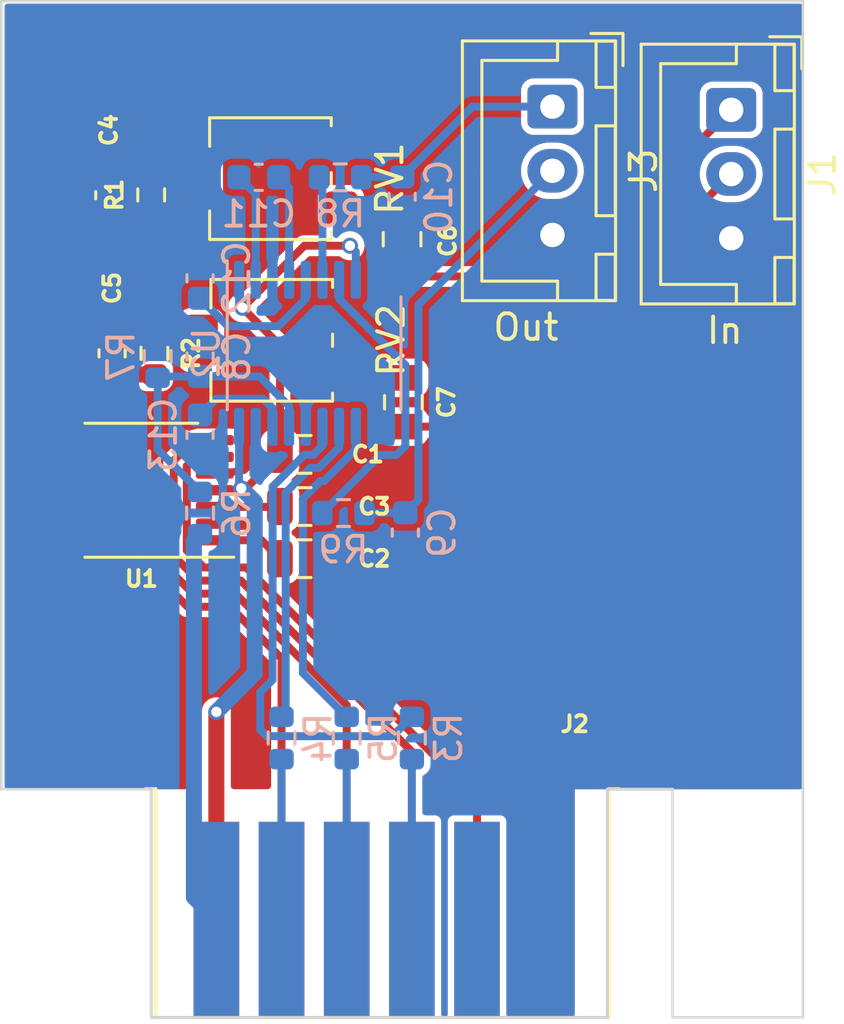
<source format=kicad_pcb>
(kicad_pcb (version 20240108) (generator "pcbnew") (generator_version "8.0")
  (layers (0 "F.Cu" signal) (31 "B.Cu" signal) (34 "B.Paste" user) (35 "F.Paste" user) (36 "B.SilkS" user "B.Silkscreen") (37 "F.SilkS" user "F.Silkscreen") (38 "B.Mask" user) (39 "F.Mask" user) (44 "Edge.Cuts" user))
  (net 0 "")
  (net 1 "+3V3")
  (net 2 "GND")
  (net 3 "Net-(U1-VREF)")
  (net 4 "+5V")
  (net 5 "Net-(U1-VinR)")
  (net 6 "Net-(U1-VinL)")
  (net 7 "Net-(J1-Pin_1)")
  (net 8 "Net-(C6-Pad2)")
  (net 9 "Net-(C7-Pad1)")
  (net 10 "Net-(J1-Pin_2)")
  (net 11 "MCLK")
  (net 12 "Net-(R1-Pad2)")
  (net 13 "Net-(R2-Pad1)")
  (net 14 "LRCKIN0")
  (net 15 "BCLKIN0")
  (net 16 "SDATAIN0")
  (net 17 "Net-(U2-XSMT)")
  (net 18 "Net-(J3-Pin_2)")
  (net 19 "Net-(U2-CAPP)")
  (net 20 "Net-(U2-CAPM)")
  (net 21 "Net-(U2-VNEG)")
  (net 22 "Net-(U2-LDOO)")
  (net 23 "/SDATAOUT1")
  (net 24 "/LRCKIN1")
  (net 25 "/BCLKIN1")
  (net 26 "Net-(U2-LRCK)")
  (net 27 "Net-(U2-DIN)")
  (net 28 "Net-(U2-BCK)")
  (net 29 "Net-(U2-OUTL)")
  (net 30 "Net-(U2-OUTR)")
  (net 31 "Net-(J3-Pin_1)")
  (footprint "Capacitor_SMD:C_0805_2012Metric" (layer "F.Cu") (at 11.811 17.78)
    (property "Reference" "C1" (at 2.474 0 0) (layer "F.SilkS") (effects (font (size 0.625 0.625))))
    (property "Value" "2.2uF" (hide yes))
    (fp_line (start -0.261252 -0.735) (end 0.261252 -0.735) (stroke (width 0.12)) (layer "F.SilkS"))
    (fp_line (start -0.261252 0.735) (end 0.261252 0.735) (stroke (width 0.12)) (layer "F.SilkS"))
    (pad "1" smd roundrect (at -0.95 0) (size 1 1.45) (layers "F.Cu" "F.Paste" "F.Mask") (net 1 "+3V3"))
    (pad "2" smd roundrect (at 0.95 0) (size 1 1.45) (layers "F.Cu" "F.Paste" "F.Mask") (net 2 "GND"))
  )
  (footprint "Capacitor_SMD:C_0805_2012Metric" (layer "F.Cu") (at 15.6718 15.748 -90)
    (property "Reference" "C7" (at 0 -1.68 90) (layer "F.SilkS") (effects (font (size 0.625 0.625))))
    (property "Value" "2.2uF" (hide yes))
    (fp_line (start -0.261252 0.735) (end 0.261252 0.735) (stroke (width 0.12)) (layer "F.SilkS"))
    (fp_line (start -0.261252 -0.735) (end 0.261252 -0.735) (stroke (width 0.12)) (layer "F.SilkS"))
    (pad "1" smd roundrect (at -0.95 0 270) (size 1 1.45) (layers "F.Cu" "F.Paste" "F.Mask") (net 9 "Net-(C7-Pad1)"))
    (pad "2" smd roundrect (at 0.95 0 270) (size 1 1.45) (layers "F.Cu" "F.Paste" "F.Mask") (net 10 "Net-(J1-Pin_2)"))
  )
  (footprint "Resistor_SMD:R_0603_1608Metric" (layer "F.Cu") (at 5.969 13.843 -90)
    (property "Reference" "R2" (at 0 -1.43 90) (layer "F.SilkS") (effects (font (size 0.625 0.625))))
    (property "Value" "470" (hide yes))
    (fp_line (start -0.237258 0.5225) (end 0.237258 0.5225) (stroke (width 0.12)) (layer "F.SilkS"))
    (fp_line (start -0.237258 -0.5225) (end 0.237258 -0.5225) (stroke (width 0.12)) (layer "F.SilkS"))
    (pad "1" smd roundrect (at -0.825 0 270) (size 0.8 0.95) (layers "F.Cu" "F.Paste" "F.Mask") (net 13 "Net-(R2-Pad1)"))
    (pad "2" smd roundrect (at 0.825 0 270) (size 0.8 0.95) (layers "F.Cu" "F.Paste" "F.Mask") (net 6 "Net-(U1-VinL)"))
  )
  (footprint "Resistor_SMD:R_0603_1608Metric" (layer "F.Cu") (at 5.842 7.6708 90)
    (property "Reference" "R1" (at 0 -1.43 -90) (layer "F.SilkS") (effects (font (size 0.625 0.625))))
    (property "Value" "470" (hide yes))
    (fp_line (start -0.237258 -0.5225) (end 0.237258 -0.5225) (stroke (width 0.12)) (layer "F.SilkS"))
    (fp_line (start -0.237258 0.5225) (end 0.237258 0.5225) (stroke (width 0.12)) (layer "F.SilkS"))
    (pad "1" smd roundrect (at -0.825 0 90) (size 0.8 0.95) (layers "F.Cu" "F.Paste" "F.Mask") (net 5 "Net-(U1-VinR)"))
    (pad "2" smd roundrect (at 0.825 0 90) (size 0.8 0.95) (layers "F.Cu" "F.Paste" "F.Mask") (net 12 "Net-(R1-Pad2)"))
  )
  (footprint "Capacitor_SMD:C_0603_1608Metric" (layer "F.Cu") (at 4.318 13.843 -90)
    (property "Reference" "C5" (at -2.54 0 90) (layer "F.SilkS") (effects (font (size 0.625 0.625))))
    (property "Value" "2n2" (hide yes))
    (fp_line (start -0.14058 0.51) (end 0.14058 0.51) (stroke (width 0.12)) (layer "F.SilkS"))
    (fp_line (start -0.14058 -0.51) (end 0.14058 -0.51) (stroke (width 0.12)) (layer "F.SilkS"))
    (pad "1" smd roundrect (at -0.775 0 270) (size 0.9 0.95) (layers "F.Cu" "F.Paste" "F.Mask") (net 2 "GND"))
    (pad "2" smd roundrect (at 0.775 0 270) (size 0.9 0.95) (layers "F.Cu" "F.Paste" "F.Mask") (net 6 "Net-(U1-VinL)"))
  )
  (footprint "Capacitor_SMD:C_0603_1608Metric" (layer "F.Cu") (at 4.191 7.6838 -90)
    (property "Reference" "C4" (at -2.54 0 90) (layer "F.SilkS") (effects (font (size 0.625 0.625))))
    (property "Value" "2n2" (hide yes))
    (fp_line (start -0.14058 0.51) (end 0.14058 0.51) (stroke (width 0.12)) (layer "F.SilkS"))
    (fp_line (start -0.14058 -0.51) (end 0.14058 -0.51) (stroke (width 0.12)) (layer "F.SilkS"))
    (pad "1" smd roundrect (at -0.775 0 270) (size 0.9 0.95) (layers "F.Cu" "F.Paste" "F.Mask") (net 2 "GND"))
    (pad "2" smd roundrect (at 0.775 0 270) (size 0.9 0.95) (layers "F.Cu" "F.Paste" "F.Mask") (net 5 "Net-(U1-VinR)"))
  )
  (footprint "Connector_JST:JST_XH_B3B-XH-A_1x03_P2.50mm_Vertical" (layer "F.Cu") (at 28.448 4.358 -90)
    (property "Reference" "J1" (at 2.5 -3.55 90) (layer "F.SilkS"))
    (property "Value" "In" (at 8.596 0.254 180) (layer "F.SilkS"))
    (fp_line (start -2.56 3.51) (end 7.56 3.51) (stroke (width 0.12)) (layer "F.SilkS"))
    (fp_line (start 7.56 3.51) (end 7.56 -2.46) (stroke (width 0.12)) (layer "F.SilkS"))
    (fp_line (start -1.8 2.75) (end 2.5 2.75) (stroke (width 0.12)) (layer "F.SilkS"))
    (fp_line (start 6.8 2.75) (end 2.5 2.75) (stroke (width 0.12)) (layer "F.SilkS"))
    (fp_line (start -2.55 -0.2) (end -1.8 -0.2) (stroke (width 0.12)) (layer "F.SilkS"))
    (fp_line (start -1.8 -0.2) (end -1.8 2.75) (stroke (width 0.12)) (layer "F.SilkS"))
    (fp_line (start 6.8 -0.2) (end 6.8 2.75) (stroke (width 0.12)) (layer "F.SilkS"))
    (fp_line (start 7.55 -0.2) (end 6.8 -0.2) (stroke (width 0.12)) (layer "F.SilkS"))
    (fp_line (start -2.55 -1.7) (end -0.75 -1.7) (stroke (width 0.12)) (layer "F.SilkS"))
    (fp_line (start -0.75 -1.7) (end -0.75 -2.45) (stroke (width 0.12)) (layer "F.SilkS"))
    (fp_line (start 0.75 -1.7) (end 4.25 -1.7) (stroke (width 0.12)) (layer "F.SilkS"))
    (fp_line (start 4.25 -1.7) (end 4.25 -2.45) (stroke (width 0.12)) (layer "F.SilkS"))
    (fp_line (start 5.75 -1.7) (end 7.55 -1.7) (stroke (width 0.12)) (layer "F.SilkS"))
    (fp_line (start 7.55 -1.7) (end 7.55 -2.45) (stroke (width 0.12)) (layer "F.SilkS"))
    (fp_line (start -2.55 -2.45) (end -2.55 -1.7) (stroke (width 0.12)) (layer "F.SilkS"))
    (fp_line (start -0.75 -2.45) (end -2.55 -2.45) (stroke (width 0.12)) (layer "F.SilkS"))
    (fp_line (start 0.75 -2.45) (end 0.75 -1.7) (stroke (width 0.12)) (layer "F.SilkS"))
    (fp_line (start 4.25 -2.45) (end 0.75 -2.45) (stroke (width 0.12)) (layer "F.SilkS"))
    (fp_line (start 5.75 -2.45) (end 5.75 -1.7) (stroke (width 0.12)) (layer "F.SilkS"))
    (fp_line (start 7.55 -2.45) (end 5.75 -2.45) (stroke (width 0.12)) (layer "F.SilkS"))
    (fp_line (start -2.56 -2.46) (end -2.56 3.51) (stroke (width 0.12)) (layer "F.SilkS"))
    (fp_line (start 7.56 -2.46) (end -2.56 -2.46) (stroke (width 0.12)) (layer "F.SilkS"))
    (fp_line (start -2.85 -2.75) (end -2.85 -1.5) (stroke (width 0.12)) (layer "F.SilkS"))
    (fp_line (start -1.6 -2.75) (end -2.85 -2.75) (stroke (width 0.12)) (layer "F.SilkS"))
    (pad "1" thru_hole roundrect (at 0 0 270) (size 1.7 1.95) (drill 0.95) (layers "*.Cu" "*.Mask") (roundrect_rratio 0.147059) (net 7 "Net-(J1-Pin_1)"))
    (pad "2" thru_hole oval (at 2.5 0 270) (size 1.7 1.95) (drill 0.95) (layers "*.Cu" "*.Mask") (net 10 "Net-(J1-Pin_2)"))
    (pad "3" thru_hole oval (at 5 0 270) (size 1.7 1.95) (drill 0.95) (layers "*.Cu" "*.Mask") (net 2 "GND"))
  )
  (footprint "Package_SO:TSSOP-14_4.4x5mm_P0.65mm" (layer "F.Cu") (at 5.461 19.177 180)
    (property "Reference" "U1" (at 0 -3.45 180) (layer "F.SilkS") (effects (font (size 0.625 0.625))))
    (property "Value" "PCM1808" (hide yes))
    (fp_line (start 0 2.61) (end 2.2 2.61) (stroke (width 0.12)) (layer "F.SilkS"))
    (fp_line (start 0 2.61) (end -2.2 2.61) (stroke (width 0.12)) (layer "F.SilkS"))
    (fp_line (start 0 -2.61) (end 2.2 -2.61) (stroke (width 0.12)) (layer "F.SilkS"))
    (fp_line (start 0 -2.61) (end -3.6 -2.61) (stroke (width 0.12)) (layer "F.SilkS"))
    (pad "1" smd roundrect (at -2.8625 -1.95 180) (size 1.475 0.4) (layers "F.Cu" "F.Paste" "F.Mask") (net 3 "Net-(U1-VREF)"))
    (pad "2" smd roundrect (at -2.8625 -1.3 180) (size 1.475 0.4) (layers "F.Cu" "F.Paste" "F.Mask") (net 2 "GND"))
    (pad "3" smd roundrect (at -2.8625 -0.65 180) (size 1.475 0.4) (layers "F.Cu" "F.Paste" "F.Mask") (net 4 "+5V"))
    (pad "4" smd roundrect (at -2.8625 0 180) (size 1.475 0.4) (layers "F.Cu" "F.Paste" "F.Mask") (net 1 "+3V3"))
    (pad "5" smd roundrect (at -2.8625 0.65 180) (size 1.475 0.4) (layers "F.Cu" "F.Paste" "F.Mask") (net 2 "GND"))
    (pad "6" smd roundrect (at -2.8625 1.3 180) (size 1.475 0.4) (layers "F.Cu" "F.Paste" "F.Mask") (net 11 "MCLK"))
    (pad "7" smd roundrect (at -2.8625 1.95 180) (size 1.475 0.4) (layers "F.Cu" "F.Paste" "F.Mask") (net 14 "LRCKIN0"))
    (pad "8" smd roundrect (at 2.8625 1.95 180) (size 1.475 0.4) (layers "F.Cu" "F.Paste" "F.Mask") (net 15 "BCLKIN0"))
    (pad "9" smd roundrect (at 2.8625 1.3 180) (size 1.475 0.4) (layers "F.Cu" "F.Paste" "F.Mask") (net 16 "SDATAIN0"))
    (pad "10" smd roundrect (at 2.8625 0.65 180) (size 1.475 0.4) (layers "F.Cu" "F.Paste" "F.Mask") (net 2 "GND"))
    (pad "11" smd roundrect (at 2.8625 0 180) (size 1.475 0.4) (layers "F.Cu" "F.Paste" "F.Mask") (net 2 "GND"))
    (pad "12" smd roundrect (at 2.8625 -0.65 180) (size 1.475 0.4) (layers "F.Cu" "F.Paste" "F.Mask") (net 2 "GND"))
    (pad "13" smd roundrect (at 2.8625 -1.3 180) (size 1.475 0.4) (layers "F.Cu" "F.Paste" "F.Mask") (net 6 "Net-(U1-VinL)"))
    (pad "14" smd roundrect (at 2.8625 -1.95 180) (size 1.475 0.4) (layers "F.Cu" "F.Paste" "F.Mask") (net 5 "Net-(U1-VinR)"))
  )
  (footprint "Potentiometer_SMD:Potentiometer_Bourns_3314G_Vertical" (layer "F.Cu") (at 10.541 13.335 -90)
    (property "Reference" "RV2" (at 0 -4.65 90) (layer "F.SilkS"))
    (property "Value" "10k")
    (fp_line (start -2.37 2.37) (end -1.26 2.37) (stroke (width 0.12)) (layer "F.SilkS"))
    (fp_line (start 1.26 2.37) (end 2.37 2.37) (stroke (width 0.12)) (layer "F.SilkS"))
    (fp_line (start -2.37 -2.37) (end -2.37 2.37) (stroke (width 0.12)) (layer "F.SilkS"))
    (fp_line (start -2.37 -2.37) (end -2.06 -2.37) (stroke (width 0.12)) (layer "F.SilkS"))
    (fp_line (start -0.24 -2.37) (end 0.24 -2.37) (stroke (width 0.12)) (layer "F.SilkS"))
    (fp_line (start 2.06 -2.37) (end 2.37 -2.37) (stroke (width 0.12)) (layer "F.SilkS"))
    (fp_line (start 2.37 -2.37) (end 2.37 2.37) (stroke (width 0.12)) (layer "F.SilkS"))
    (pad "1" smd roundrect (at -1.15 -2.75 270) (size 1.3 1.3) (layers "F.Cu" "F.Paste" "F.Mask") (roundrect_rratio 0.1923076923) (net 2 "GND"))
    (pad "2" smd roundrect (at 0 2.75 270) (size 2 1.3) (layers "F.Cu" "F.Paste" "F.Mask") (roundrect_rratio 0.1923076923) (net 13 "Net-(R2-Pad1)"))
    (pad "3" smd roundrect (at 1.15 -2.75 270) (size 1.3 1.3) (layers "F.Cu" "F.Paste" "F.Mask") (roundrect_rratio 0.1923076923) (net 9 "Net-(C7-Pad1)"))
  )
  (footprint "Capacitor_SMD:C_0805_2012Metric" (layer "F.Cu") (at 11.811 21.844)
    (property "Reference" "C2" (at 2.728 0 0) (layer "F.SilkS") (effects (font (size 0.625 0.625))))
    (property "Value" "2.2uF" (hide yes))
    (fp_line (start -0.261252 -0.735) (end 0.261252 -0.735) (stroke (width 0.12)) (layer "F.SilkS"))
    (fp_line (start -0.261252 0.735) (end 0.261252 0.735) (stroke (width 0.12)) (layer "F.SilkS"))
    (pad "1" smd roundrect (at -0.95 0) (size 1 1.45) (layers "F.Cu" "F.Paste" "F.Mask") (net 3 "Net-(U1-VREF)"))
    (pad "2" smd roundrect (at 0.95 0) (size 1 1.45) (layers "F.Cu" "F.Paste" "F.Mask") (net 2 "GND"))
  )
  (footprint "Connector_JST:JST_XH_B3B-XH-A_1x03_P2.50mm_Vertical" (layer "F.Cu") (at 21.48 4.231 -90)
    (property "Reference" "J3" (at 2.5 -3.55 90) (layer "F.SilkS"))
    (property "Value" "Out" (at 8.596 1.033 180) (layer "F.SilkS"))
    (fp_line (start -2.56 3.51) (end 7.56 3.51) (stroke (width 0.12)) (layer "F.SilkS"))
    (fp_line (start 7.56 3.51) (end 7.56 -2.46) (stroke (width 0.12)) (layer "F.SilkS"))
    (fp_line (start -1.8 2.75) (end 2.5 2.75) (stroke (width 0.12)) (layer "F.SilkS"))
    (fp_line (start 6.8 2.75) (end 2.5 2.75) (stroke (width 0.12)) (layer "F.SilkS"))
    (fp_line (start -2.55 -0.2) (end -1.8 -0.2) (stroke (width 0.12)) (layer "F.SilkS"))
    (fp_line (start -1.8 -0.2) (end -1.8 2.75) (stroke (width 0.12)) (layer "F.SilkS"))
    (fp_line (start 6.8 -0.2) (end 6.8 2.75) (stroke (width 0.12)) (layer "F.SilkS"))
    (fp_line (start 7.55 -0.2) (end 6.8 -0.2) (stroke (width 0.12)) (layer "F.SilkS"))
    (fp_line (start -2.55 -1.7) (end -0.75 -1.7) (stroke (width 0.12)) (layer "F.SilkS"))
    (fp_line (start -0.75 -1.7) (end -0.75 -2.45) (stroke (width 0.12)) (layer "F.SilkS"))
    (fp_line (start 0.75 -1.7) (end 4.25 -1.7) (stroke (width 0.12)) (layer "F.SilkS"))
    (fp_line (start 4.25 -1.7) (end 4.25 -2.45) (stroke (width 0.12)) (layer "F.SilkS"))
    (fp_line (start 5.75 -1.7) (end 7.55 -1.7) (stroke (width 0.12)) (layer "F.SilkS"))
    (fp_line (start 7.55 -1.7) (end 7.55 -2.45) (stroke (width 0.12)) (layer "F.SilkS"))
    (fp_line (start -2.55 -2.45) (end -2.55 -1.7) (stroke (width 0.12)) (layer "F.SilkS"))
    (fp_line (start -0.75 -2.45) (end -2.55 -2.45) (stroke (width 0.12)) (layer "F.SilkS"))
    (fp_line (start 0.75 -2.45) (end 0.75 -1.7) (stroke (width 0.12)) (layer "F.SilkS"))
    (fp_line (start 4.25 -2.45) (end 0.75 -2.45) (stroke (width 0.12)) (layer "F.SilkS"))
    (fp_line (start 5.75 -2.45) (end 5.75 -1.7) (stroke (width 0.12)) (layer "F.SilkS"))
    (fp_line (start 7.55 -2.45) (end 5.75 -2.45) (stroke (width 0.12)) (layer "F.SilkS"))
    (fp_line (start -2.56 -2.46) (end -2.56 3.51) (stroke (width 0.12)) (layer "F.SilkS"))
    (fp_line (start 7.56 -2.46) (end -2.56 -2.46) (stroke (width 0.12)) (layer "F.SilkS"))
    (fp_line (start -2.85 -2.75) (end -2.85 -1.5) (stroke (width 0.12)) (layer "F.SilkS"))
    (fp_line (start -1.6 -2.75) (end -2.85 -2.75) (stroke (width 0.12)) (layer "F.SilkS"))
    (pad "1" thru_hole roundrect (at 0 0 270) (size 1.7 1.95) (drill 0.95) (layers "*.Cu" "*.Mask") (roundrect_rratio 0.147059) (net 31 "Net-(J3-Pin_1)"))
    (pad "2" thru_hole oval (at 2.5 0 270) (size 1.7 1.95) (drill 0.95) (layers "*.Cu" "*.Mask") (net 18 "Net-(J3-Pin_2)"))
    (pad "3" thru_hole oval (at 5 0 270) (size 1.7 1.95) (drill 0.95) (layers "*.Cu" "*.Mask") (net 2 "GND"))
  )
  (footprint "00-mylib:EDGE-2x6-2.54" (layer "F.Cu") (at 14.732 35.9065)
    (property "Reference" "J2" (at 7.62 -7.62 0) (layer "F.SilkS") (effects (font (size 0.625 0.625))))
    (property "Value" "Conn_01x06_Male" (hide yes))
    (fp_line (start -8.706 -5.1) (end -9.106 -5.1) (stroke (width 0.12)) (layer "F.SilkS"))
    (fp_line (start -8.706 3.85) (end -8.706 -5.1) (stroke (width 0.12)) (layer "F.SilkS"))
    (fp_line (start 8.95 -5.1) (end 9.35 -5.1) (stroke (width 0.12)) (layer "F.SilkS"))
    (fp_line (start 8.95 3.85) (end 8.95 -5.1) (stroke (width 0.12)) (layer "F.SilkS"))
    (fp_line (start -8.89 -5.08) (end -8.89 3.81) (stroke (width 0.12)) (layer "Edge.Cuts"))
    (fp_line (start -8.89 3.81) (end 8.89 3.81) (stroke (width 0.12)) (layer "Edge.Cuts"))
    (fp_line (start 8.89 -5.08) (end 11.43 -5.08) (stroke (width 0.12)) (layer "Edge.Cuts"))
    (fp_line (start 8.89 3.81) (end 8.89 -5.08) (stroke (width 0.12)) (layer "Edge.Cuts"))
    (pad "1" connect rect (at 6.35 0) (size 1.78 7.62) (layers "F.Cu" "F.Mask") (net 2 "GND"))
    (pad "2" connect rect (at 6.35 0) (size 1.78 7.62) (layers "B.Cu" "B.Mask") (net 2 "GND"))
    (pad "3" connect rect (at 3.81 0) (size 1.78 7.62) (layers "F.Cu" "F.Mask") (net 11 "MCLK"))
    (pad "4" connect rect (at 3.81 0) (size 1.78 7.62) (layers "B.Cu" "B.Mask") (net 11 "MCLK"))
    (pad "5" connect rect (at 1.27 0) (size 1.78 7.62) (layers "F.Cu" "F.Mask") (net 14 "LRCKIN0"))
    (pad "6" connect rect (at 1.27 0) (size 1.78 7.62) (layers "B.Cu" "B.Mask") (net 24 "/LRCKIN1"))
    (pad "7" connect rect (at -1.27 0) (size 1.78 7.62) (layers "F.Cu" "F.Mask") (net 15 "BCLKIN0"))
    (pad "8" connect rect (at -1.27 0) (size 1.78 7.62) (layers "B.Cu" "B.Mask") (net 25 "/BCLKIN1"))
    (pad "9" connect rect (at -3.81 0) (size 1.78 7.62) (layers "F.Cu" "F.Mask") (net 16 "SDATAIN0"))
    (pad "10" connect rect (at -3.81 0) (size 1.78 7.62) (layers "B.Cu" "B.Mask") (net 23 "/SDATAOUT1"))
    (pad "11" connect rect (at -6.35 0) (size 1.78 7.62) (layers "F.Cu" "F.Mask") (net 1 "+3V3"))
    (pad "12" connect rect (at -6.35 0) (size 1.78 7.62) (layers "B.Cu" "B.Mask") (net 4 "+5V"))
  )
  (footprint "Capacitor_SMD:C_0805_2012Metric" (layer "F.Cu") (at 15.621 9.398 90)
    (property "Reference" "C6" (at -0.066 1.778 90) (layer "F.SilkS") (effects (font (size 0.625 0.625))))
    (property "Value" "2.2uF" (hide yes))
    (fp_line (start -0.261252 -0.735) (end 0.261252 -0.735) (stroke (width 0.12)) (layer "F.SilkS"))
    (fp_line (start -0.261252 0.735) (end 0.261252 0.735) (stroke (width 0.12)) (layer "F.SilkS"))
    (pad "1" smd roundrect (at -0.95 0 90) (size 1 1.45) (layers "F.Cu" "F.Paste" "F.Mask") (net 7 "Net-(J1-Pin_1)"))
    (pad "2" smd roundrect (at 0.95 0 90) (size 1 1.45) (layers "F.Cu" "F.Paste" "F.Mask") (net 8 "Net-(C6-Pad2)"))
  )
  (footprint "Potentiometer_SMD:Potentiometer_Bourns_3314G_Vertical" (layer "F.Cu") (at 10.4902 7.0358 -90)
    (property "Reference" "RV1" (at 0 -4.65 90) (layer "F.SilkS"))
    (property "Value" "10k")
    (fp_line (start -2.37 2.37) (end -1.26 2.37) (stroke (width 0.12)) (layer "F.SilkS"))
    (fp_line (start 1.26 2.37) (end 2.37 2.37) (stroke (width 0.12)) (layer "F.SilkS"))
    (fp_line (start -2.37 -2.37) (end -2.37 2.37) (stroke (width 0.12)) (layer "F.SilkS"))
    (fp_line (start -2.37 -2.37) (end -2.06 -2.37) (stroke (width 0.12)) (layer "F.SilkS"))
    (fp_line (start -0.24 -2.37) (end 0.24 -2.37) (stroke (width 0.12)) (layer "F.SilkS"))
    (fp_line (start 2.06 -2.37) (end 2.37 -2.37) (stroke (width 0.12)) (layer "F.SilkS"))
    (fp_line (start 2.37 -2.37) (end 2.37 2.37) (stroke (width 0.12)) (layer "F.SilkS"))
    (pad "1" smd roundrect (at -1.15 -2.75 270) (size 1.3 1.3) (layers "F.Cu" "F.Paste" "F.Mask") (roundrect_rratio 0.1923076923) (net 2 "GND"))
    (pad "2" smd roundrect (at 0 2.75 270) (size 2 1.3) (layers "F.Cu" "F.Paste" "F.Mask") (roundrect_rratio 0.1923076923) (net 12 "Net-(R1-Pad2)"))
    (pad "3" smd roundrect (at 1.15 -2.75 270) (size 1.3 1.3) (layers "F.Cu" "F.Paste" "F.Mask") (roundrect_rratio 0.1923076923) (net 8 "Net-(C6-Pad2)"))
  )
  (footprint "Capacitor_SMD:C_0805_2012Metric" (layer "F.Cu") (at 11.811 19.812)
    (property "Reference" "C3" (at 2.728 0 0) (layer "F.SilkS") (effects (font (size 0.625 0.625))))
    (property "Value" "2.2uF" (hide yes))
    (fp_line (start -0.261252 -0.735) (end 0.261252 -0.735) (stroke (width 0.12)) (layer "F.SilkS"))
    (fp_line (start -0.261252 0.735) (end 0.261252 0.735) (stroke (width 0.12)) (layer "F.SilkS"))
    (pad "1" smd roundrect (at -0.95 0) (size 1 1.45) (layers "F.Cu" "F.Paste" "F.Mask") (net 4 "+5V"))
    (pad "2" smd roundrect (at 0.95 0) (size 1 1.45) (layers "F.Cu" "F.Paste" "F.Mask") (net 2 "GND"))
  )
  (footprint "Resistor_SMD:R_0603_1608Metric" (layer "B.Cu") (at 7.747 20.066 90)
    (property "Reference" "R6" (at 0 1.43 -90) (layer "B.SilkS") (effects (justify mirror)))
    (property "Value" "4.7K")
    (fp_line (start 0.237258 -0.5225) (end -0.237258 -0.5225) (stroke (width 0.12)) (layer "B.SilkS"))
    (fp_line (start 0.237258 0.5225) (end -0.237258 0.5225) (stroke (width 0.12)) (layer "B.SilkS"))
    (pad "1" smd roundrect (at -0.825 0 90) (size 0.8 0.95) (layers "B.Cu" "B.Paste" "B.Mask") (net 4 "+5V"))
    (pad "2" smd roundrect (at 0.825 0 90) (size 0.8 0.95) (layers "B.Cu" "B.Paste" "B.Mask") (net 17 "Net-(U2-XSMT)"))
  )
  (footprint "Package_SO:TSSOP-20_4.4x6.5mm_P0.65mm" (layer "B.Cu") (at 12.192 13.843 -90)
    (property "Reference" "U2" (at 0 4.2 90) (layer "B.SilkS") (effects (justify mirror)))
    (property "Value" "PCM5102A")
    (fp_line (start -3.6 3.385) (end 0 3.385) (stroke (width 0.12)) (layer "B.SilkS"))
    (fp_line (start 2.2 3.385) (end 0 3.385) (stroke (width 0.12)) (layer "B.SilkS"))
    (fp_line (start -2.2 -3.385) (end 0 -3.385) (stroke (width 0.12)) (layer "B.SilkS"))
    (fp_line (start 2.2 -3.385) (end 0 -3.385) (stroke (width 0.12)) (layer "B.SilkS"))
    (pad "1" smd roundrect (at -2.8625 2.925 270) (size 1.475 0.4) (layers "B.Cu" "B.Paste" "B.Mask") (net 1 "+3V3"))
    (pad "2" smd roundrect (at -2.8625 2.275 270) (size 1.475 0.4) (layers "B.Cu" "B.Paste" "B.Mask") (net 19 "Net-(U2-CAPP)"))
    (pad "3" smd roundrect (at -2.8625 1.625 270) (size 1.475 0.4) (layers "B.Cu" "B.Paste" "B.Mask") (net 2 "GND"))
    (pad "4" smd roundrect (at -2.8625 0.975 270) (size 1.475 0.4) (layers "B.Cu" "B.Paste" "B.Mask") (net 20 "Net-(U2-CAPM)"))
    (pad "5" smd roundrect (at -2.8625 0.325 270) (size 1.475 0.4) (layers "B.Cu" "B.Paste" "B.Mask") (net 21 "Net-(U2-VNEG)"))
    (pad "6" smd roundrect (at -2.8625 -0.325 270) (size 1.475 0.4) (layers "B.Cu" "B.Paste" "B.Mask") (net 29 "Net-(U2-OUTL)"))
    (pad "7" smd roundrect (at -2.8625 -0.975 270) (size 1.475 0.4) (layers "B.Cu" "B.Paste" "B.Mask") (net 30 "Net-(U2-OUTR)"))
    (pad "8" smd roundrect (at -2.8625 -1.625 270) (size 1.475 0.4) (layers "B.Cu" "B.Paste" "B.Mask") (net 1 "+3V3"))
    (pad "9" smd roundrect (at -2.8625 -2.275 270) (size 1.475 0.4) (layers "B.Cu" "B.Paste" "B.Mask") (net 2 "GND"))
    (pad "10" smd roundrect (at -2.8625 -2.925 270) (size 1.475 0.4) (layers "B.Cu" "B.Paste" "B.Mask") (net 2 "GND"))
    (pad "11" smd roundrect (at 2.8625 -2.925 270) (size 1.475 0.4) (layers "B.Cu" "B.Paste" "B.Mask") (net 2 "GND"))
    (pad "12" smd roundrect (at 2.8625 -2.275 270) (size 1.475 0.4) (layers "B.Cu" "B.Paste" "B.Mask") (net 2 "GND"))
    (pad "13" smd roundrect (at 2.8625 -1.625 270) (size 1.475 0.4) (layers "B.Cu" "B.Paste" "B.Mask") (net 28 "Net-(U2-BCK)"))
    (pad "14" smd roundrect (at 2.8625 -0.975 270) (size 1.475 0.4) (layers "B.Cu" "B.Paste" "B.Mask") (net 27 "Net-(U2-DIN)"))
    (pad "15" smd roundrect (at 2.8625 -0.325 270) (size 1.475 0.4) (layers "B.Cu" "B.Paste" "B.Mask") (net 26 "Net-(U2-LRCK)"))
    (pad "16" smd roundrect (at 2.8625 0.325 270) (size 1.475 0.4) (layers "B.Cu" "B.Paste" "B.Mask") (net 2 "GND"))
    (pad "17" smd roundrect (at 2.8625 0.975 270) (size 1.475 0.4) (layers "B.Cu" "B.Paste" "B.Mask") (net 17 "Net-(U2-XSMT)"))
    (pad "18" smd roundrect (at 2.8625 1.625 270) (size 1.475 0.4) (layers "B.Cu" "B.Paste" "B.Mask") (net 22 "Net-(U2-LDOO)"))
    (pad "19" smd roundrect (at 2.8625 2.275 270) (size 1.475 0.4) (layers "B.Cu" "B.Paste" "B.Mask") (net 2 "GND"))
    (pad "20" smd roundrect (at 2.8625 2.925 270) (size 1.475 0.4) (layers "B.Cu" "B.Paste" "B.Mask") (net 1 "+3V3"))
  )
  (footprint "Resistor_SMD:R_0603_1608Metric" (layer "B.Cu") (at 13.462 28.829 90)
    (property "Reference" "R5" (at 0 1.43 -90) (layer "B.SilkS") (effects (justify mirror)))
    (property "Value" "22")
    (fp_line (start 0.237258 -0.5225) (end -0.237258 -0.5225) (stroke (width 0.12)) (layer "B.SilkS"))
    (fp_line (start 0.237258 0.5225) (end -0.237258 0.5225) (stroke (width 0.12)) (layer "B.SilkS"))
    (pad "1" smd roundrect (at -0.825 0 90) (size 0.8 0.95) (layers "B.Cu" "B.Paste" "B.Mask") (net 25 "/BCLKIN1"))
    (pad "2" smd roundrect (at 0.825 0 90) (size 0.8 0.95) (layers "B.Cu" "B.Paste" "B.Mask") (net 28 "Net-(U2-BCK)"))
  )
  (footprint "Capacitor_SMD:C_0603_1608Metric" (layer "B.Cu") (at 7.747 13.97 90)
    (property "Reference" "C8" (at 0 1.43 -90) (layer "B.SilkS") (effects (justify mirror)))
    (property "Value" "1n")
    (fp_line (start 0.14058 -0.51) (end -0.14058 -0.51) (stroke (width 0.12)) (layer "B.SilkS"))
    (fp_line (start 0.14058 0.51) (end -0.14058 0.51) (stroke (width 0.12)) (layer "B.SilkS"))
    (pad "1" smd roundrect (at -0.775 0 90) (size 0.9 0.95) (layers "B.Cu" "B.Paste" "B.Mask") (net 17 "Net-(U2-XSMT)"))
    (pad "2" smd roundrect (at 0.775 0 90) (size 0.9 0.95) (layers "B.Cu" "B.Paste" "B.Mask") (net 2 "GND"))
  )
  (footprint "Capacitor_SMD:C_0603_1608Metric" (layer "B.Cu") (at 15.621 7.747 90)
    (property "Reference" "C10" (at 0 1.43 -90) (layer "B.SilkS") (effects (justify mirror)))
    (property "Value" "2n2")
    (fp_line (start 0.14058 -0.51) (end -0.14058 -0.51) (stroke (width 0.12)) (layer "B.SilkS"))
    (fp_line (start 0.14058 0.51) (end -0.14058 0.51) (stroke (width 0.12)) (layer "B.SilkS"))
    (pad "1" smd roundrect (at -0.775 0 90) (size 0.9 0.95) (layers "B.Cu" "B.Paste" "B.Mask") (net 2 "GND"))
    (pad "2" smd roundrect (at 0.775 0 90) (size 0.9 0.95) (layers "B.Cu" "B.Paste" "B.Mask") (net 31 "Net-(J3-Pin_1)"))
  )
  (footprint "Capacitor_SMD:C_0603_1608Metric" (layer "B.Cu") (at 15.748 20.828 90)
    (property "Reference" "C9" (at 0 1.43 -90) (layer "B.SilkS") (effects (justify mirror)))
    (property "Value" "2n2")
    (fp_line (start 0.14058 -0.51) (end -0.14058 -0.51) (stroke (width 0.12)) (layer "B.SilkS"))
    (fp_line (start 0.14058 0.51) (end -0.14058 0.51) (stroke (width 0.12)) (layer "B.SilkS"))
    (pad "1" smd roundrect (at -0.775 0 90) (size 0.9 0.95) (layers "B.Cu" "B.Paste" "B.Mask") (net 2 "GND"))
    (pad "2" smd roundrect (at 0.775 0 90) (size 0.9 0.95) (layers "B.Cu" "B.Paste" "B.Mask") (net 18 "Net-(J3-Pin_2)"))
  )
  (footprint "Capacitor_SMD:C_0603_1608Metric" (layer "B.Cu") (at 10.033 6.985)
    (property "Reference" "C11" (at 0 1.43 0) (layer "B.SilkS") (effects (justify mirror)))
    (property "Value" "2u2")
    (fp_line (start 0.14058 -0.51) (end -0.14058 -0.51) (stroke (width 0.12)) (layer "B.SilkS"))
    (fp_line (start 0.14058 0.51) (end -0.14058 0.51) (stroke (width 0.12)) (layer "B.SilkS"))
    (pad "1" smd roundrect (at -0.775 0) (size 0.9 0.95) (layers "B.Cu" "B.Paste" "B.Mask") (net 19 "Net-(U2-CAPP)"))
    (pad "2" smd roundrect (at 0.775 0) (size 0.9 0.95) (layers "B.Cu" "B.Paste" "B.Mask") (net 20 "Net-(U2-CAPM)"))
  )
  (footprint "Resistor_SMD:R_0603_1608Metric" (layer "B.Cu") (at 13.208 6.985)
    (property "Reference" "R8" (at 0 1.43 0) (layer "B.SilkS") (effects (justify mirror)))
    (property "Value" "470")
    (fp_line (start 0.237258 -0.5225) (end -0.237258 -0.5225) (stroke (width 0.12)) (layer "B.SilkS"))
    (fp_line (start 0.237258 0.5225) (end -0.237258 0.5225) (stroke (width 0.12)) (layer "B.SilkS"))
    (pad "1" smd roundrect (at -0.825 0) (size 0.8 0.95) (layers "B.Cu" "B.Paste" "B.Mask") (net 29 "Net-(U2-OUTL)"))
    (pad "2" smd roundrect (at 0.825 0) (size 0.8 0.95) (layers "B.Cu" "B.Paste" "B.Mask") (net 31 "Net-(J3-Pin_1)"))
  )
  (footprint "Capacitor_SMD:C_0603_1608Metric" (layer "B.Cu") (at 7.747 17.018 -90)
    (property "Reference" "C13" (at 0 1.43 90) (layer "B.SilkS") (effects (justify mirror)))
    (property "Value" "0.1u")
    (fp_line (start 0.14058 0.51) (end -0.14058 0.51) (stroke (width 0.12)) (layer "B.SilkS"))
    (fp_line (start 0.14058 -0.51) (end -0.14058 -0.51) (stroke (width 0.12)) (layer "B.SilkS"))
    (pad "1" smd roundrect (at -0.775 0 270) (size 0.9 0.95) (layers "B.Cu" "B.Paste" "B.Mask") (net 22 "Net-(U2-LDOO)"))
    (pad "2" smd roundrect (at 0.775 0 270) (size 0.9 0.95) (layers "B.Cu" "B.Paste" "B.Mask") (net 2 "GND"))
  )
  (footprint "Resistor_SMD:R_0603_1608Metric" (layer "B.Cu") (at 13.335 20.066)
    (property "Reference" "R9" (at 0 1.43 0) (layer "B.SilkS") (effects (justify mirror)))
    (property "Value" "470")
    (fp_line (start 0.237258 -0.5225) (end -0.237258 -0.5225) (stroke (width 0.12)) (layer "B.SilkS"))
    (fp_line (start 0.237258 0.5225) (end -0.237258 0.5225) (stroke (width 0.12)) (layer "B.SilkS"))
    (pad "1" smd roundrect (at -0.825 0) (size 0.8 0.95) (layers "B.Cu" "B.Paste" "B.Mask") (net 30 "Net-(U2-OUTR)"))
    (pad "2" smd roundrect (at 0.825 0) (size 0.8 0.95) (layers "B.Cu" "B.Paste" "B.Mask") (net 18 "Net-(J3-Pin_2)"))
  )
  (footprint "Resistor_SMD:R_0603_1608Metric" (layer "B.Cu") (at 16.002 28.829 90)
    (property "Reference" "R3" (at 0 1.43 -90) (layer "B.SilkS") (effects (justify mirror)))
    (property "Value" "22")
    (fp_line (start 0.237258 -0.5225) (end -0.237258 -0.5225) (stroke (width 0.12)) (layer "B.SilkS"))
    (fp_line (start 0.237258 0.5225) (end -0.237258 0.5225) (stroke (width 0.12)) (layer "B.SilkS"))
    (pad "1" smd roundrect (at -0.825 0 90) (size 0.8 0.95) (layers "B.Cu" "B.Paste" "B.Mask") (net 24 "/LRCKIN1"))
    (pad "2" smd roundrect (at 0.825 0 90) (size 0.8 0.95) (layers "B.Cu" "B.Paste" "B.Mask") (net 26 "Net-(U2-LRCK)"))
  )
  (footprint "Resistor_SMD:R_0603_1608Metric" (layer "B.Cu") (at 6.096 13.97 -90)
    (property "Reference" "R7" (at 0 1.43 90) (layer "B.SilkS") (effects (justify mirror)))
    (property "Value" "2.7K")
    (fp_line (start 0.237258 0.5225) (end -0.237258 0.5225) (stroke (width 0.12)) (layer "B.SilkS"))
    (fp_line (start 0.237258 -0.5225) (end -0.237258 -0.5225) (stroke (width 0.12)) (layer "B.SilkS"))
    (pad "1" smd roundrect (at -0.825 0 270) (size 0.8 0.95) (layers "B.Cu" "B.Paste" "B.Mask") (net 2 "GND"))
    (pad "2" smd roundrect (at 0.825 0 270) (size 0.8 0.95) (layers "B.Cu" "B.Paste" "B.Mask") (net 17 "Net-(U2-XSMT)"))
  )
  (footprint "Resistor_SMD:R_0603_1608Metric" (layer "B.Cu") (at 10.922 28.829 90)
    (property "Reference" "R4" (at 0 1.43 -90) (layer "B.SilkS") (effects (justify mirror)))
    (property "Value" "22")
    (fp_line (start 0.237258 -0.5225) (end -0.237258 -0.5225) (stroke (width 0.12)) (layer "B.SilkS"))
    (fp_line (start 0.237258 0.5225) (end -0.237258 0.5225) (stroke (width 0.12)) (layer "B.SilkS"))
    (pad "1" smd roundrect (at -0.825 0 90) (size 0.8 0.95) (layers "B.Cu" "B.Paste" "B.Mask") (net 23 "/SDATAOUT1"))
    (pad "2" smd roundrect (at 0.825 0 90) (size 0.8 0.95) (layers "B.Cu" "B.Paste" "B.Mask") (net 27 "Net-(U2-DIN)"))
  )
  (footprint "Capacitor_SMD:C_0603_1608Metric" (layer "B.Cu") (at 7.747 10.922 90)
    (property "Reference" "C12" (at 0 1.43 -90) (layer "B.SilkS") (effects (justify mirror)))
    (property "Value" "2u2")
    (fp_line (start 0.14058 -0.51) (end -0.14058 -0.51) (stroke (width 0.12)) (layer "B.SilkS"))
    (fp_line (start 0.14058 0.51) (end -0.14058 0.51) (stroke (width 0.12)) (layer "B.SilkS"))
    (pad "1" smd roundrect (at -0.775 0 90) (size 0.9 0.95) (layers "B.Cu" "B.Paste" "B.Mask") (net 21 "Net-(U2-VNEG)"))
    (pad "2" smd roundrect (at 0.775 0 90) (size 0.9 0.95) (layers "B.Cu" "B.Paste" "B.Mask") (net 2 "GND"))
  )
  (gr_line (start 26.162 39.7165) (end 31.242 39.7165) (stroke (width 0.1)) (layer "Edge.Cuts"))
  (gr_line (start 0 0.127) (end 31.242 0.127) (stroke (width 0.1)) (layer "Edge.Cuts"))
  (gr_line (start 31.242 0.127) (end 31.242 30.8265) (stroke (width 0.1)) (layer "Edge.Cuts"))
  (gr_line (start 31.242 39.7165) (end 31.242 30.8265) (stroke (width 0.1)) (layer "Edge.Cuts"))
  (gr_line (start 0 30.8265) (end 5.842 30.8265) (stroke (width 0.1)) (layer "Edge.Cuts"))
  (gr_line (start 26.162 30.8265) (end 26.162 39.7165) (stroke (width 0.1)) (layer "Edge.Cuts"))
  (gr_line (start 0 30.8265) (end 0 0.127) (stroke (width 0.1)) (layer "Edge.Cuts"))
  (segment (start 9.352709 19.099726) (end 9.541274 19.099726) (width 0.31) (layer "F.Cu") (net 1))
  (segment (start 10.861 13.530432) (end 10.861 17.78) (width 0.31) (layer "F.Cu") (net 1))
  (segment (start 8.382 35.9065) (end 8.382 27.813) (width 0.625) (layer "F.Cu") (net 1))
  (segment (start 9.275435 19.177) (end 8.3235 19.177) (width 0.31) (layer "F.Cu") (net 1))
  (segment (start 9.352709 19.099726) (end 9.275435 19.177) (width 0.31) (layer "F.Cu") (net 1))
  (segment (start 13.589 9.652) (end 11.811094 9.652) (width 0.31) (layer "F.Cu") (net 1))
  (segment (start 9.396831 12.066263) (end 10.861 13.530432) (width 0.31) (layer "F.Cu") (net 1))
  (segment (start 11.811094 9.652) (end 9.396831 12.066263) (width 0.31) (layer "F.Cu") (net 1))
  (segment (start 9.541274 19.099726) (end 10.861 17.78) (width 0.31) (layer "F.Cu") (net 1))
  (via (at 9.396831 12.066263) (size 0.625) (drill 0.4) (layers "F.Cu" "B.Cu") (net 1))
  (via (at 9.352709 19.099726) (size 0.625) (drill 0.4) (layers "F.Cu" "B.Cu") (net 1))
  (via (at 8.382 27.813) (size 0.625) (drill 0.4) (layers "F.Cu" "B.Cu") (net 1))
  (via (at 13.589 9.652) (size 0.625) (drill 0.4) (layers "F.Cu" "B.Cu") (net 1))
  (segment (start 9.267 11.936432) (end 9.396831 12.066263) (width 0.31) (layer "B.Cu") (net 1))
  (segment (start 9.8755 19.622517) (end 9.8755 26.3195) (width 0.625) (layer "B.Cu") (net 1))
  (segment (start 13.817 9.88) (end 13.589 9.652) (width 0.31) (layer "B.Cu") (net 1))
  (segment (start 9.267 10.9805) (end 9.267 11.936432) (width 0.31) (layer "B.Cu") (net 1))
  (segment (start 9.8755 26.3195) (end 8.382 27.813) (width 0.625) (layer "B.Cu") (net 1))
  (segment (start 9.352709 19.099726) (end 9.8755 19.622517) (width 0.625) (layer "B.Cu") (net 1))
  (segment (start 9.267 16.7055) (end 9.267 19.014017) (width 0.31) (layer "B.Cu") (net 1))
  (segment (start 13.817 10.9805) (end 13.817 9.88) (width 0.31) (layer "B.Cu") (net 1))
  (segment (start 9.267 19.014017) (end 9.352709 19.099726) (width 0.31) (layer "B.Cu") (net 1))
  (segment (start 10.144 21.127) (end 10.861 21.844) (width 0.31) (layer "F.Cu") (net 3))
  (segment (start 8.3235 21.127) (end 10.144 21.127) (width 0.31) (layer "F.Cu") (net 3))
  (segment (start 8.3235 19.827) (end 10.846 19.827) (width 0.31) (layer "F.Cu") (net 4))
  (segment (start 10.846 19.827) (end 10.861 19.812) (width 0.31) (layer "F.Cu") (net 4))
  (segment (start 7.506999 35.031499) (end 8.382 35.9065) (width 0.625) (layer "B.Cu") (net 4))
  (segment (start 7.506999 21.131001) (end 7.506999 35.031499) (width 0.625) (layer "B.Cu") (net 4))
  (segment (start 7.747 20.891) (end 7.506999 21.131001) (width 0.625) (layer "B.Cu") (net 4))
  (segment (start 1.789753 21.127) (end 0.996 20.333248) (width 0.31) (layer "F.Cu") (net 5))
  (segment (start 0.996 20.333248) (end 0.996 11.6538) (width 0.31) (layer "F.Cu") (net 5))
  (segment (start 2.5985 21.127) (end 1.789753 21.127) (width 0.31) (layer "F.Cu") (net 5))
  (segment (start 5.842 8.4958) (end 4.228 8.4958) (width 0.625) (layer "F.Cu") (net 5))
  (segment (start 4.228 8.4958) (end 4.191 8.4588) (width 0.625) (layer "F.Cu") (net 5))
  (segment (start 0.996 11.6538) (end 4.191 8.4588) (width 0.31) (layer "F.Cu") (net 5))
  (segment (start 4.368 14.668) (end 4.318 14.618) (width 0.625) (layer "F.Cu") (net 6))
  (segment (start 1.506 16.909) (end 3.797 14.618) (width 0.31) (layer "F.Cu") (net 6))
  (segment (start 3.797 14.618) (end 4.318 14.618) (width 0.31) (layer "F.Cu") (net 6))
  (segment (start 1.861001 20.477) (end 1.506 20.121999) (width 0.31) (layer "F.Cu") (net 6))
  (segment (start 5.969 14.668) (end 4.368 14.668) (width 0.625) (layer "F.Cu") (net 6))
  (segment (start 1.506 20.121999) (end 1.506 16.909) (width 0.31) (layer "F.Cu") (net 6))
  (segment (start 2.5985 20.477) (end 1.861001 20.477) (width 0.31) (layer "F.Cu") (net 6))
  (segment (start 28.448 4.358) (end 21.958062 10.847938) (width 0.31) (layer "F.Cu") (net 7))
  (segment (start 21.958062 10.847938) (end 16.120938 10.847938) (width 0.31) (layer "F.Cu") (net 7))
  (segment (start 16.120938 10.847938) (end 15.621 10.348) (width 0.31) (layer "F.Cu") (net 7))
  (segment (start 13.5024 8.448) (end 13.2402 8.1858) (width 0.625) (layer "F.Cu") (net 8))
  (segment (start 15.621 8.448) (end 13.5024 8.448) (width 0.625) (layer "F.Cu") (net 8))
  (segment (start 13.604 14.798) (end 13.291 14.485) (width 0.625) (layer "F.Cu") (net 9))
  (segment (start 15.6718 14.798) (end 13.604 14.798) (width 0.625) (layer "F.Cu") (net 9))
  (segment (start 28.448 6.858) (end 18.608 16.698) (width 0.31) (layer "F.Cu") (net 10))
  (segment (start 18.608 16.698) (end 15.6718 16.698) (width 0.31) (layer "F.Cu") (net 10))
  (segment (start 8.3235 17.877) (end 7.586001 17.877) (width 0.31) (layer "F.Cu") (net 11))
  (segment (start 7.586001 17.877) (end 7.231 18.232001) (width 0.31) (layer "F.Cu") (net 11))
  (segment (start 9.546231 22.186499) (end 18.542 31.182268) (width 0.31) (layer "F.Cu") (net 11))
  (segment (start 7.895231 22.186499) (end 9.546231 22.186499) (width 0.31) (layer "F.Cu") (net 11))
  (segment (start 7.231 21.522268) (end 7.895231 22.186499) (width 0.31) (layer "F.Cu") (net 11))
  (segment (start 18.542 31.182268) (end 18.542 35.9065) (width 0.31) (layer "F.Cu") (net 11))
  (segment (start 7.231 18.232001) (end 7.231 21.522268) (width 0.31) (layer "F.Cu") (net 11))
  (segment (start 6.032 7.0358) (end 5.842 6.8458) (width 0.625) (layer "F.Cu") (net 12))
  (segment (start 7.7402 7.0358) (end 6.032 7.0358) (width 0.625) (layer "F.Cu") (net 12))
  (segment (start 6.286 13.335) (end 5.969 13.018) (width 0.625) (layer "F.Cu") (net 13))
  (segment (start 7.791 13.335) (end 6.286 13.335) (width 0.625) (layer "F.Cu") (net 13))
  (segment (start 6.721 21.733516) (end 7.683983 22.696499) (width 0.31) (layer "F.Cu") (net 14))
  (segment (start 7.683983 22.696499) (end 9.334983 22.696499) (width 0.31) (layer "F.Cu") (net 14))
  (segment (start 9.334983 22.696499) (end 16.002 29.363516) (width 0.31) (layer "F.Cu") (net 14))
  (segment (start 16.002 29.363516) (end 16.002 35.9065) (width 0.31) (layer "F.Cu") (net 14))
  (segment (start 7.514753 17.227) (end 6.721 18.020753) (width 0.31) (layer "F.Cu") (net 14))
  (segment (start 8.3235 17.227) (end 7.514753 17.227) (width 0.31) (layer "F.Cu") (net 14))
  (segment (start 6.721 18.020753) (end 6.721 21.733516) (width 0.31) (layer "F.Cu") (net 14))
  (segment (start 5.334 19.153753) (end 5.334 21.067764) (width 0.31) (layer "F.Cu") (net 15))
  (segment (start 9.123735 23.206499) (end 13.462 27.544764) (width 0.31) (layer "F.Cu") (net 15))
  (segment (start 5.334 21.067764) (end 7.472735 23.206499) (width 0.31) (layer "F.Cu") (net 15))
  (segment (start 3.407247 17.227) (end 5.334 19.153753) (width 0.31) (layer "F.Cu") (net 15))
  (segment (start 13.462 27.544764) (end 13.462 35.9065) (width 0.31) (layer "F.Cu") (net 15))
  (segment (start 2.5985 17.227) (end 3.407247 17.227) (width 0.31) (layer "F.Cu") (net 15))
  (segment (start 7.472735 23.206499) (end 9.123735 23.206499) (width 0.31) (layer "F.Cu") (net 15))
  (segment (start 7.261487 23.716499) (end 8.912487 23.716499) (width 0.31) (layer "F.Cu") (net 16))
  (segment (start 4.824 21.279012) (end 7.261487 23.716499) (width 0.31) (layer "F.Cu") (net 16))
  (segment (start 2.5985 17.877) (end 3.335999 17.877) (width 0.31) (layer "F.Cu") (net 16))
  (segment (start 10.922 25.726012) (end 10.922 35.9065) (width 0.31) (layer "F.Cu") (net 16))
  (segment (start 3.335999 17.877) (end 4.824 19.365001) (width 0.31) (layer "F.Cu") (net 16))
  (segment (start 8.912487 23.716499) (end 10.922 25.726012) (width 0.31) (layer "F.Cu") (net 16))
  (segment (start 4.824 19.365001) (end 4.824 21.279012) (width 0.31) (layer "F.Cu") (net 16))
  (segment (start 11.217 15.900514) (end 10.061486 14.745) (width 0.31) (layer "B.Cu") (net 17))
  (segment (start 6.096 17.59) (end 6.096 14.795) (width 0.31) (layer "B.Cu") (net 17))
  (segment (start 6.146 14.745) (end 6.096 14.795) (width 0.31) (layer "B.Cu") (net 17))
  (segment (start 10.061486 14.745) (end 7.747 14.745) (width 0.31) (layer "B.Cu") (net 17))
  (segment (start 7.747 19.241) (end 6.096 17.59) (width 0.31) (layer "B.Cu") (net 17))
  (segment (start 11.217 16.7055) (end 11.217 15.900514) (width 0.31) (layer "B.Cu") (net 17))
  (segment (start 7.747 14.745) (end 6.146 14.745) (width 0.31) (layer "B.Cu") (net 17))
  (segment (start 21.48 6.731) (end 16.258 11.953) (width 0.31) (layer "B.Cu") (net 18))
  (segment (start 16.258 19.543) (end 15.748 20.053) (width 0.31) (layer "B.Cu") (net 18))
  (segment (start 14.173 20.053) (end 14.16 20.066) (width 0.31) (layer "B.Cu") (net 18))
  (segment (start 15.748 20.053) (end 14.173 20.053) (width 0.31) (layer "B.Cu") (net 18))
  (segment (start 16.258 11.953) (end 16.258 19.543) (width 0.31) (layer "B.Cu") (net 18))
  (segment (start 9.258 6.985) (end 9.917 7.644) (width 0.31) (layer "B.Cu") (net 19))
  (segment (start 9.917 7.644) (end 9.917 10.9805) (width 0.31) (layer "B.Cu") (net 19))
  (segment (start 10.808 6.985) (end 11.217 7.394) (width 0.31) (layer "B.Cu") (net 20))
  (segment (start 11.217 7.394) (end 11.217 10.9805) (width 0.31) (layer "B.Cu") (net 20))
  (segment (start 8.833763 12.783763) (end 10.801236 12.783763) (width 0.31) (layer "B.Cu") (net 21))
  (segment (start 11.867 11.717999) (end 11.867 10.9805) (width 0.31) (layer "B.Cu") (net 21))
  (segment (start 7.747 11.697) (end 8.833763 12.783763) (width 0.31) (layer "B.Cu") (net 21))
  (segment (start 10.801236 12.783763) (end 11.867 11.717999) (width 0.31) (layer "B.Cu") (net 21))
  (segment (start 10.208238 15.613) (end 10.567 15.971762) (width 0.31) (layer "B.Cu") (net 22))
  (segment (start 7.747 16.243) (end 8.377 15.613) (width 0.31) (layer "B.Cu") (net 22))
  (segment (start 8.377 15.613) (end 10.208238 15.613) (width 0.31) (layer "B.Cu") (net 22))
  (segment (start 10.567 15.971762) (end 10.567 16.7055) (width 0.31) (layer "B.Cu") (net 22))
  (segment (start 10.922 35.9065) (end 10.922 29.654) (width 0.31) (layer "B.Cu") (net 23))
  (segment (start 16.002 35.9065) (end 16.002 29.654) (width 0.31) (layer "B.Cu") (net 24))
  (segment (start 13.462 35.9065) (end 13.462 29.654) (width 0.31) (layer "B.Cu") (net 25))
  (segment (start 11.811 17.798) (end 12.158238 17.798) (width 0.31) (layer "B.Cu") (net 26))
  (segment (start 10.092 28.507) (end 10.092 27.046988) (width 0.31) (layer "B.Cu") (net 26))
  (segment (start 10.5735 19.0355) (end 11.811 17.798) (width 0.31) (layer "B.Cu") (net 26))
  (segment (start 10.5735 26.565488) (end 10.5735 19.0355) (width 0.31) (layer "B.Cu") (net 26))
  (segment (start 16.002 28.004) (end 15.247 28.759) (width 0.31) (layer "B.Cu") (net 26))
  (segment (start 10.344 28.759) (end 10.092 28.507) (width 0.31) (layer "B.Cu") (net 26))
  (segment (start 10.092 27.046988) (end 10.5735 26.565488) (width 0.31) (layer "B.Cu") (net 26))
  (segment (start 15.247 28.759) (end 10.344 28.759) (width 0.31) (layer "B.Cu") (net 26))
  (segment (start 12.517 17.439238) (end 12.517 16.7055) (width 0.31) (layer "B.Cu") (net 26))
  (segment (start 12.158238 17.798) (end 12.517 17.439238) (width 0.31) (layer "B.Cu") (net 26))
  (segment (start 11.0835 19.2695) (end 11.0835 27.8425) (width 0.31) (layer "B.Cu") (net 27))
  (segment (start 13.167 17.510487) (end 12.369487 18.308) (width 0.31) (layer "B.Cu") (net 27))
  (segment (start 12.369487 18.308) (end 12.045 18.308) (width 0.31) (layer "B.Cu") (net 27))
  (segment (start 12.045 18.308) (end 11.0835 19.2695) (width 0.31) (layer "B.Cu") (net 27))
  (segment (start 11.0835 27.8425) (end 10.922 28.004) (width 0.31) (layer "B.Cu") (net 27))
  (segment (start 13.167 16.7055) (end 13.167 17.510487) (width 0.31) (layer "B.Cu") (net 27))
  (segment (start 11.755 19.504999) (end 11.755 26.297) (width 0.31) (layer "B.Cu") (net 28))
  (segment (start 12.441999 18.818) (end 11.755 19.504999) (width 0.31) (layer "B.Cu") (net 28))
  (segment (start 11.755 26.297) (end 13.462 28.004) (width 0.31) (layer "B.Cu") (net 28))
  (segment (start 13.817 17.581735) (end 12.580735 18.818) (width 0.31) (layer "B.Cu") (net 28))
  (segment (start 13.817 16.7055) (end 13.817 17.581735) (width 0.31) (layer "B.Cu") (net 28))
  (segment (start 12.580735 18.818) (end 12.441999 18.818) (width 0.31) (layer "B.Cu") (net 28))
  (segment (start 12.517 7.119) (end 12.517 10.9805) (width 0.31) (layer "B.Cu") (net 29))
  (segment (start 12.383 6.985) (end 12.517 7.119) (width 0.31) (layer "B.Cu") (net 29))
  (segment (start 14.778 17.798) (end 15.408238 17.798) (width 0.31) (layer "B.Cu") (net 30))
  (segment (start 15.748 17.458238) (end 15.748 14.298999) (width 0.31) (layer "B.Cu") (net 30))
  (segment (start 15.748 14.298999) (end 13.167 11.717999) (width 0.31) (layer "B.Cu") (net 30))
  (segment (start 15.408238 17.798) (end 15.748 17.458238) (width 0.31) (layer "B.Cu") (net 30))
  (segment (start 13.167 11.717999) (end 13.167 10.9805) (width 0.31) (layer "B.Cu") (net 30))
  (segment (start 12.51 20.066) (end 14.778 17.798) (width 0.31) (layer "B.Cu") (net 30))
  (segment (start 21.48 4.231) (end 18.362 4.231) (width 0.31) (layer "B.Cu") (net 31))
  (segment (start 18.362 4.231) (end 15.621 6.972) (width 0.31) (layer "B.Cu") (net 31))
  (segment (start 15.621 6.972) (end 14.046 6.972) (width 0.31) (layer "B.Cu") (net 31))
  (segment (start 14.046 6.972) (end 14.033 6.985) (width 0.31) (layer "B.Cu") (net 31))
  (zone (net 2) (net_name "GND") (layer "F.Cu") (priority 1) (connect_pads yes (clearance 0.25)) (min_thickness 0.25) (fill yes (thermal_gap 0.5) (thermal_bridge_width 0.5))
    (polygon (pts (xy 0.127 0.2195) (xy 31.242 0.2195) (xy 31.242 30.8265) (xy 0.127 30.8265)))
  )
  (zone (net 2) (net_name "GND") (layer "B.Cu") (connect_pads yes (clearance 0.25)) (min_thickness 0.25) (fill yes (thermal_gap 0.5) (thermal_bridge_width 0.5))
    (polygon (pts (xy 0.127 0.2195) (xy 31.242 0.2195) (xy 31.242 30.8265) (xy 22.352 30.8265) (xy 22.352 39.7165) (xy 9.652 39.7165) (xy 9.652 30.8265) (xy 0.127 30.8265)))
  )
)
</source>
